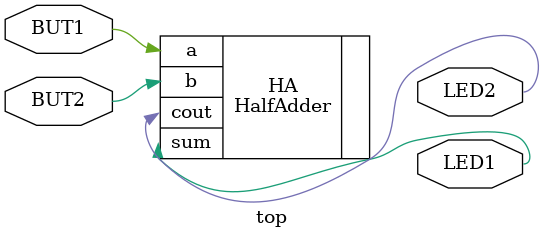
<source format=v>
`default_nettype none
module top(
	input BUT1,
	input BUT2,
	output LED1,
	output LED2
);

	HalfAdder HA(.a(BUT1),.b(BUT2),.sum(LED1),.cout(LED2));
	
endmodule

</source>
